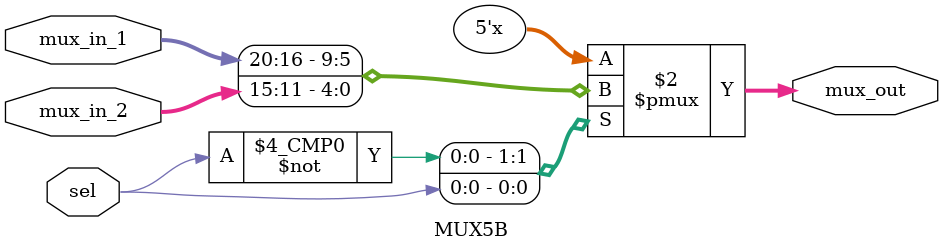
<source format=v>
module MUX5B(mux_in_1, mux_in_2, sel, mux_out);

	input [20:16] mux_in_1;
	input [15:11] mux_in_2;
	input sel;
	
	output reg [4:0] mux_out;

	always @ (sel, mux_in_1, mux_in_2) begin
		case(sel) 
			0 : mux_out <= mux_in_1;
			1 : mux_out <= mux_in_2;
		endcase
	end
endmodule
</source>
